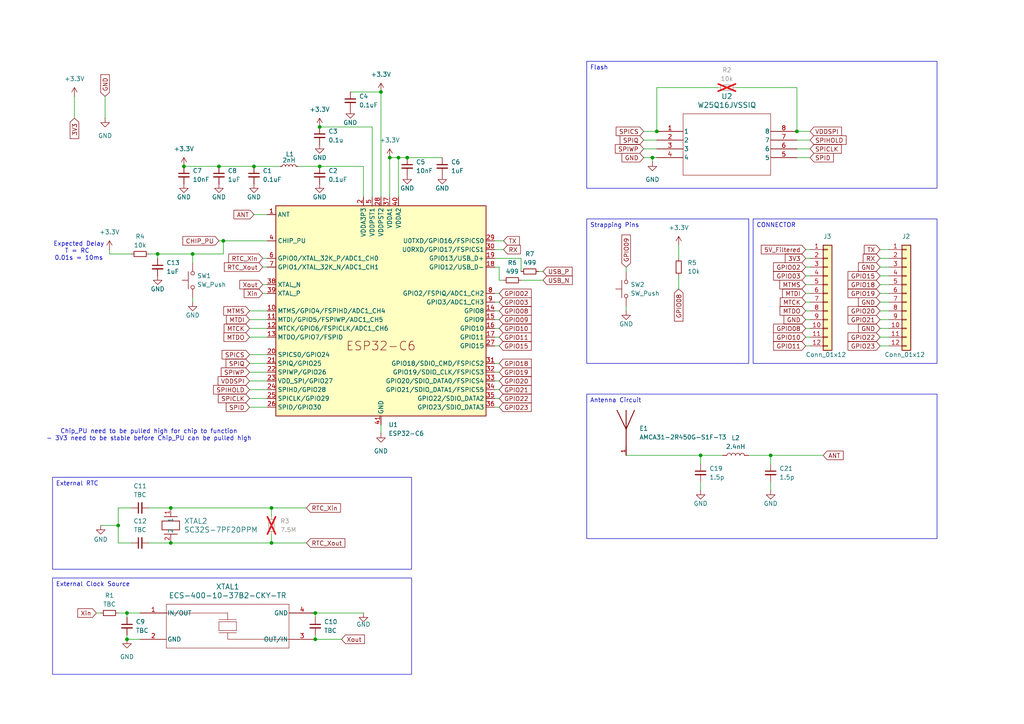
<source format=kicad_sch>
(kicad_sch (version 20231120) (generator "eeschema") (generator_version "8.0")
  (paper "A4")
  (lib_symbols
    (symbol "1_ESP32:AMCA31-2R450G-S1F-T3" (pin_names (offset 1.016))
      (property "Reference" "E" (at 2.8004 5.8496 0))
      (property "Value" "AMCA31-2R450G-S1F-T3" (at 2.6732 3.813 0))
      (symbol "AMCA31-2R450G-S1F-T3_0_0"
        (polyline (pts (xy 0 2.54) (xy -2.667 8.001)) (stroke (width 0.254)))
        (polyline (pts (xy 0 2.54) (xy 0 -5.08)) (stroke (width 0.254)))
        (polyline (pts (xy 0 8.001) (xy 0 2.54)) (stroke (width 0.254)))
        (polyline (pts (xy 2.413 8.001) (xy 0 2.54)) (stroke (width 0.254)))
        (pin input line (at 0 -5.08 90) (length 2.54) (name "~") (number "1"))
      )
    )
    (symbol "1_ESP32:ECS-400-10-37B2-CKY-TR" (pin_names (offset 0.254))
      (property "Reference" "XTAL" (at 25.4 7.62 0))
      (property "Value" "ECS-400-10-37B2-CKY-TR" (at 25.4 5.08 0))
      (symbol "ECS-400-10-37B2-CKY-TR_0_1"
        (polyline (pts (xy 7.62 -10.16) (xy 43.18 -10.16)) (stroke (width 0.127)))
        (polyline (pts (xy 7.62 0) (xy 25.4 0)) (stroke (width 0.127)))
        (polyline (pts (xy 7.62 2.54) (xy 7.62 -10.16)) (stroke (width 0.127)))
        (polyline (pts (xy 22.86 -5.08) (xy 27.94 -5.08)) (stroke (width 0.127)))
        (polyline (pts (xy 22.86 -2.54) (xy 22.86 -5.08)) (stroke (width 0.127)))
        (polyline (pts (xy 22.86 -1.905) (xy 27.94 -1.905)) (stroke (width 0.127)))
        (polyline (pts (xy 25.4 -5.715) (xy 25.4 -7.62)) (stroke (width 0.127)))
        (polyline (pts (xy 25.4 -1.905) (xy 25.4 0)) (stroke (width 0.127)))
        (polyline (pts (xy 27.94 -5.715) (xy 22.86 -5.715)) (stroke (width 0.127)))
        (polyline (pts (xy 27.94 -5.08) (xy 27.94 -2.54)) (stroke (width 0.127)))
        (polyline (pts (xy 27.94 -2.54) (xy 22.86 -2.54)) (stroke (width 0.127)))
        (polyline (pts (xy 43.18 -10.16) (xy 43.18 2.54)) (stroke (width 0.127)))
        (polyline (pts (xy 43.18 -7.62) (xy 25.4 -7.62)) (stroke (width 0.127)))
        (polyline (pts (xy 43.18 2.54) (xy 7.62 2.54)) (stroke (width 0.127)))
        (pin bidirectional line (at 0 0 0) (length 7.62) (name "IN/OUT") (number "1"))
        (pin power_out line (at 0 -7.62 0) (length 7.62) (name "GND") (number "2"))
        (pin bidirectional line (at 50.8 -7.62 180) (length 7.62) (name "OUT/IN") (number "3"))
        (pin power_out line (at 50.8 0 180) (length 7.62) (name "GND") (number "4"))
      )
    )
    (symbol "1_ESP32:SC32S-7PF20PPM" (pin_names (offset 0.254))
      (property "Reference" "XTAL" (at 5.08 4.445 0))
      (property "Value" "SC32S-7PF20PPM" (at 5.08 -4.445 0))
      (symbol "SC32S-7PF20PPM_1_1"
        (polyline (pts (xy 2.54 -1.905) (xy 2.54 1.905)) (stroke (width 0.2032)))
        (polyline (pts (xy 3.81 -2.54) (xy 3.81 2.54)) (stroke (width 0.2032)))
        (polyline (pts (xy 3.81 2.54) (xy 6.35 2.54)) (stroke (width 0.2032)))
        (polyline (pts (xy 6.35 -2.54) (xy 3.81 -2.54)) (stroke (width 0.2032)))
        (polyline (pts (xy 6.35 2.54) (xy 6.35 -2.54)) (stroke (width 0.2032)))
        (polyline (pts (xy 7.62 -1.905) (xy 7.62 1.905)) (stroke (width 0.2032)))
        (pin unspecified line (at 0 0 0) (length 2.54) (name "1") (number "1"))
        (pin unspecified line (at 10.16 0 180) (length 2.54) (name "2") (number "2"))
      )
      (symbol "SC32S-7PF20PPM_1_2"
        (polyline (pts (xy -2.54 3.81) (xy -2.54 6.35)) (stroke (width 0.2032)))
        (polyline (pts (xy -2.54 6.35) (xy 2.54 6.35)) (stroke (width 0.2032)))
        (polyline (pts (xy 1.905 2.54) (xy -1.905 2.54)) (stroke (width 0.2032)))
        (polyline (pts (xy 1.905 7.62) (xy -1.905 7.62)) (stroke (width 0.2032)))
        (polyline (pts (xy 2.54 3.81) (xy -2.54 3.81)) (stroke (width 0.2032)))
        (polyline (pts (xy 2.54 6.35) (xy 2.54 3.81)) (stroke (width 0.2032)))
        (pin unspecified line (at 0 0 90) (length 2.54) (name "1") (number "1"))
        (pin unspecified line (at 0 10.16 270) (length 2.54) (name "2") (number "2"))
      )
    )
    (symbol "1_ESP32:W25Q16JVSSIQ" (pin_names (offset 0.254))
      (property "Reference" "U" (at 20.32 10.16 0))
      (property "Value" "W25Q16JVSSIQ" (at 20.32 7.62 0))
      (symbol "W25Q16JVSSIQ_0_1"
        (polyline (pts (xy 7.62 -12.7) (xy 33.02 -12.7)) (stroke (width 0.127)))
        (polyline (pts (xy 7.62 5.08) (xy 7.62 -12.7)) (stroke (width 0.127)))
        (polyline (pts (xy 33.02 -12.7) (xy 33.02 5.08)) (stroke (width 0.127)))
        (polyline (pts (xy 33.02 5.08) (xy 7.62 5.08)) (stroke (width 0.127)))
        (pin unspecified line (at 0 0 0) (length 7.62) (name "1") (number "1"))
        (pin unspecified line (at 0 -2.54 0) (length 7.62) (name "2") (number "2"))
        (pin unspecified line (at 0 -5.08 0) (length 7.62) (name "3") (number "3"))
        (pin unspecified line (at 0 -7.62 0) (length 7.62) (name "4") (number "4"))
        (pin unspecified line (at 40.64 -7.62 180) (length 7.62) (name "5") (number "5"))
        (pin unspecified line (at 40.64 -5.08 180) (length 7.62) (name "6") (number "6"))
        (pin unspecified line (at 40.64 -2.54 180) (length 7.62) (name "7") (number "7"))
        (pin unspecified line (at 40.64 0 180) (length 7.62) (name "8") (number "8"))
      )
    )
    (symbol "Connector_Generic:Conn_01x12" (pin_names (offset 1.016) hide)
      (property "Reference" "J" (at 0 15.24 0))
      (property "Value" "Conn_01x12" (at 0 -17.78 0))
      (symbol "Conn_01x12_1_1"
        (rectangle (start -1.27 -15.113) (end 0 -15.367) (stroke (width 0.1524)))
        (rectangle (start -1.27 -12.573) (end 0 -12.827) (stroke (width 0.1524)))
        (rectangle (start -1.27 -10.033) (end 0 -10.287) (stroke (width 0.1524)))
        (rectangle (start -1.27 -7.493) (end 0 -7.747) (stroke (width 0.1524)))
        (rectangle (start -1.27 -4.953) (end 0 -5.207) (stroke (width 0.1524)))
        (rectangle (start -1.27 -2.413) (end 0 -2.667) (stroke (width 0.1524)))
        (rectangle (start -1.27 0.127) (end 0 -0.127) (stroke (width 0.1524)))
        (rectangle (start -1.27 2.667) (end 0 2.413) (stroke (width 0.1524)))
        (rectangle (start -1.27 5.207) (end 0 4.953) (stroke (width 0.1524)))
        (rectangle (start -1.27 7.747) (end 0 7.493) (stroke (width 0.1524)))
        (rectangle (start -1.27 10.287) (end 0 10.033) (stroke (width 0.1524)))
        (rectangle (start -1.27 12.827) (end 0 12.573) (stroke (width 0.1524)))
        (rectangle (start -1.27 13.97) (end 1.27 -16.51) (stroke (width 0.254)) (fill (type background)))
        (pin passive line (at -5.08 12.7 0) (length 3.81) (name "Pin_1") (number "1"))
        (pin passive line (at -5.08 -10.16 0) (length 3.81) (name "Pin_10") (number "10"))
        (pin passive line (at -5.08 -12.7 0) (length 3.81) (name "Pin_11") (number "11"))
        (pin passive line (at -5.08 -15.24 0) (length 3.81) (name "Pin_12") (number "12"))
        (pin passive line (at -5.08 10.16 0) (length 3.81) (name "Pin_2") (number "2"))
        (pin passive line (at -5.08 7.62 0) (length 3.81) (name "Pin_3") (number "3"))
        (pin passive line (at -5.08 5.08 0) (length 3.81) (name "Pin_4") (number "4"))
        (pin passive line (at -5.08 2.54 0) (length 3.81) (name "Pin_5") (number "5"))
        (pin passive line (at -5.08 0 0) (length 3.81) (name "Pin_6") (number "6"))
        (pin passive line (at -5.08 -2.54 0) (length 3.81) (name "Pin_7") (number "7"))
        (pin passive line (at -5.08 -5.08 0) (length 3.81) (name "Pin_8") (number "8"))
        (pin passive line (at -5.08 -7.62 0) (length 3.81) (name "Pin_9") (number "9"))
      )
    )
    (symbol "Device:C_Small" (pin_numbers hide) (pin_names (offset 0.254) hide)
      (property "Reference" "C" (at 0.254 1.778 0))
      (property "Value" "C_Small" (at 0.254 -2.032 0))
      (symbol "C_Small_0_1"
        (polyline (pts (xy -1.524 -0.508) (xy 1.524 -0.508)) (stroke (width 0.3302)))
        (polyline (pts (xy -1.524 0.508) (xy 1.524 0.508)) (stroke (width 0.3048)))
      )
      (symbol "C_Small_1_1"
        (pin passive line (at 0 2.54 270) (length 2.032) (name "~") (number "1"))
        (pin passive line (at 0 -2.54 90) (length 2.032) (name "~") (number "2"))
      )
    )
    (symbol "Device:L" (pin_numbers hide) (pin_names (offset 1.016) hide)
      (property "Reference" "L" (at -1.27 0 90))
      (property "Value" "L" (at 1.905 0 90))
      (symbol "L_0_1"
        (arc (start 0 -2.54) (mid 0.6323 -1.905) (end 0 -1.27))
        (arc (start 0 -1.27) (mid 0.6323 -0.635) (end 0 0))
        (arc (start 0 0) (mid 0.6323 0.635) (end 0 1.27))
        (arc (start 0 1.27) (mid 0.6323 1.905) (end 0 2.54))
      )
      (symbol "L_1_1"
        (pin passive line (at 0 3.81 270) (length 1.27) (name "1") (number "1"))
        (pin passive line (at 0 -3.81 90) (length 1.27) (name "2") (number "2"))
      )
    )
    (symbol "Device:L_Small" (pin_numbers hide) (pin_names (offset 0.254) hide)
      (property "Reference" "L" (at 0.762 1.016 0))
      (property "Value" "L_Small" (at 0.762 -1.016 0))
      (symbol "L_Small_0_1"
        (arc (start 0 -2.032) (mid 0.5058 -1.524) (end 0 -1.016))
        (arc (start 0 -1.016) (mid 0.5058 -0.508) (end 0 0))
        (arc (start 0 0) (mid 0.5058 0.508) (end 0 1.016))
        (arc (start 0 1.016) (mid 0.5058 1.524) (end 0 2.032))
      )
      (symbol "L_Small_1_1"
        (pin passive line (at 0 2.54 270) (length 0.508) (name "~") (number "1"))
        (pin passive line (at 0 -2.54 90) (length 0.508) (name "~") (number "2"))
      )
    )
    (symbol "Device:R_Small" (pin_numbers hide) (pin_names (offset 0.254) hide)
      (property "Reference" "R" (at 0.762 0.508 0))
      (property "Value" "R_Small" (at 0.762 -1.016 0))
      (symbol "R_Small_0_1"
        (rectangle (start -0.762 1.778) (end 0.762 -1.778) (stroke (width 0.2032)))
      )
      (symbol "R_Small_1_1"
        (pin passive line (at 0 2.54 270) (length 0.762) (name "~") (number "1"))
        (pin passive line (at 0 -2.54 90) (length 0.762) (name "~") (number "2"))
      )
    )
    (symbol "PCM_Espressif:ESP32-C6"
      (property "Reference" "U" (at -27.94 33.02 0))
      (property "Value" "ESP32-C6" (at 25.4 33.02 0))
      (symbol "ESP32-C6_0_0"
        (text "ESP32-C6" (at 0 -10.16 0) (effects (font (size 2.54 2.54))))
      )
      (symbol "ESP32-C6_0_1"
        (rectangle (start -30.48 30.48) (end 30.48 -30.48) (stroke (width 0.254)) (fill (type background)))
      )
      (symbol "ESP32-C6_1_1"
        (pin bidirectional line (at -33.02 27.94 0) (length 2.54) (name "ANT") (number "1"))
        (pin bidirectional line (at -33.02 0 0) (length 2.54) (name "MTMS/GPIO4/FSPIHD/ADC1_CH4") (number "10"))
        (pin bidirectional line (at -33.02 -2.54 0) (length 2.54) (name "MTDI/GPIO5/FSPIWP/ADC1_CH5") (number "11"))
        (pin bidirectional line (at -33.02 -5.08 0) (length 2.54) (name "MTCK/GPIO6/FSPICLK/ADC1_CH6") (number "12"))
        (pin bidirectional line (at -33.02 -7.62 0) (length 2.54) (name "MTDO/GPIO7/FSPID") (number "13"))
        (pin bidirectional line (at 33.02 0 180) (length 2.54) (name "GPIO8") (number "14"))
        (pin bidirectional line (at 33.02 -2.54 180) (length 2.54) (name "GPIO9") (number "15"))
        (pin bidirectional line (at 33.02 -5.08 180) (length 2.54) (name "GPIO10") (number "16"))
        (pin bidirectional line (at 33.02 -7.62 180) (length 2.54) (name "GPIO11") (number "17"))
        (pin bidirectional line (at 33.02 12.7 180) (length 2.54) (name "GPIO12/USB_D-") (number "18"))
        (pin bidirectional line (at 33.02 15.24 180) (length 2.54) (name "GPIO13/USB_D+") (number "19"))
        (pin power_in line (at -5.08 33.02 270) (length 2.54) (name "VDDA3P3") (number "2"))
        (pin bidirectional line (at -33.02 -12.7 0) (length 2.54) (name "SPICS0/GPIO24") (number "20"))
        (pin bidirectional line (at -33.02 -15.24 0) (length 2.54) (name "SPIQ/GPIO25") (number "21"))
        (pin bidirectional line (at -33.02 -17.78 0) (length 2.54) (name "SPIWP/GPIO26") (number "22"))
        (pin bidirectional line (at -33.02 -20.32 0) (length 2.54) (name "VDD_SPI/GPIO27") (number "23"))
        (pin bidirectional line (at -33.02 -22.86 0) (length 2.54) (name "SPIHD/GPIO28") (number "24"))
        (pin bidirectional line (at -33.02 -25.4 0) (length 2.54) (name "SPICLK/GPIO29") (number "25"))
        (pin bidirectional line (at -33.02 -27.94 0) (length 2.54) (name "SPID/GPIO30") (number "26"))
        (pin bidirectional line (at 33.02 -10.16 180) (length 2.54) (name "GPIO15") (number "27"))
        (pin power_in line (at 0 33.02 270) (length 2.54) (name "VDDPST2") (number "28"))
        (pin bidirectional line (at 33.02 20.32 180) (length 2.54) (name "U0TXD/GPIO16/FSPICS0") (number "29"))
        (pin passive line (at -5.08 33.02 270) (length 2.54) hide (name "VDDA3P3") (number "3"))
        (pin bidirectional line (at 33.02 17.78 180) (length 2.54) (name "U0RXD/GPIO17/FSPICS1") (number "30"))
        (pin bidirectional line (at 33.02 -15.24 180) (length 2.54) (name "GPIO18/SDIO_CMD/FSPICS2") (number "31"))
        (pin bidirectional line (at 33.02 -17.78 180) (length 2.54) (name "GPIO19/SDIO_CLK/FSPICS3") (number "32"))
        (pin bidirectional line (at 33.02 -20.32 180) (length 2.54) (name "GPIO20/SDIO_DATA0/FSPICS4") (number "33"))
        (pin bidirectional line (at 33.02 -22.86 180) (length 2.54) (name "GPIO21/SDIO_DATA1/FSPICS5") (number "34"))
        (pin bidirectional line (at 33.02 -25.4 180) (length 2.54) (name "GPIO22/SDIO_DATA2") (number "35"))
        (pin bidirectional line (at 33.02 -27.94 180) (length 2.54) (name "GPIO23/SDIO_DATA3") (number "36"))
        (pin power_in line (at 2.54 33.02 270) (length 2.54) (name "VDDA1") (number "37"))
        (pin output line (at -33.02 7.62 0) (length 2.54) (name "XTAL_N") (number "38"))
        (pin input line (at -33.02 5.08 0) (length 2.54) (name "XTAL_P") (number "39"))
        (pin input line (at -33.02 20.32 0) (length 2.54) (name "CHIP_PU") (number "4"))
        (pin power_in line (at 5.08 33.02 270) (length 2.54) (name "VDDA2") (number "40"))
        (pin power_in line (at 0 -33.02 90) (length 2.54) (name "GND") (number "41"))
        (pin power_in line (at -2.54 33.02 270) (length 2.54) (name "VDDPST1") (number "5"))
        (pin bidirectional line (at -33.02 15.24 0) (length 2.54) (name "GPIO0/XTAL_32K_P/ADC1_CH0") (number "6"))
        (pin bidirectional line (at -33.02 12.7 0) (length 2.54) (name "GPIO1/XTAL_32K_N/ADC1_CH1") (number "7"))
        (pin bidirectional line (at 33.02 5.08 180) (length 2.54) (name "GPIO2/FSPIQ/ADC1_CH2") (number "8"))
        (pin bidirectional line (at 33.02 2.54 180) (length 2.54) (name "GPIO3/ADC1_CH3") (number "9"))
      )
    )
    (symbol "Switch:SW_Push" (pin_numbers hide) (pin_names (offset 1.016) hide)
      (property "Reference" "SW" (at 1.27 2.54 0))
      (property "Value" "SW_Push" (at 0 -1.524 0))
      (symbol "SW_Push_0_1"
        (circle (center -2.032 0) (radius 0.508))
        (polyline (pts (xy 0 1.27) (xy 0 3.048)))
        (polyline (pts (xy 2.54 1.27) (xy -2.54 1.27)))
        (circle (center 2.032 0) (radius 0.508))
        (pin passive line (at -5.08 0 0) (length 2.54) (name "1") (number "1"))
        (pin passive line (at 5.08 0 180) (length 2.54) (name "2") (number "2"))
      )
    )
    (symbol "power:+3.3V" (power) (pin_numbers hide) (pin_names (offset 0) hide)
      (property "Value" "+3.3V" (at 0 3.556 0))
      (symbol "+3.3V_0_1"
        (polyline (pts (xy -0.762 1.27) (xy 0 2.54)))
        (polyline (pts (xy 0 0) (xy 0 2.54)))
        (polyline (pts (xy 0 2.54) (xy 0.762 1.27)))
      )
      (symbol "+3.3V_1_1"
        (pin power_in line (at 0 0 90) (length 0) (name "~") (number "1"))
      )
    )
    (symbol "power:GND" (power) (pin_numbers hide) (pin_names (offset 0) hide)
      (property "Value" "GND" (at 0 -3.81 0))
      (symbol "GND_0_1"
        (polyline (pts (xy 0 0) (xy 0 -1.27) (xy 1.27 -1.27) (xy 0 -2.54) (xy -1.27 -1.27) (xy 0 -1.27)))
      )
      (symbol "GND_1_1"
        (pin power_in line (at 0 0 270) (length 0) (name "~") (number "1"))
      )
    )
  )
  (junction (at 223.52 132.08))
  (junction (at 53.34 48.26))
  (junction (at 190.5 38.1))
  (junction (at 118.11 45.72))
  (junction (at 63.5 48.26))
  (junction (at 36.83 177.8))
  (junction (at 73.66 48.26))
  (junction (at 36.83 185.42))
  (junction (at 231.14 38.1))
  (junction (at 92.71 36.83))
  (junction (at 91.44 185.42))
  (junction (at 78.74 147.32))
  (junction (at 91.44 177.8))
  (junction (at 78.74 157.48))
  (junction (at 115.57 45.72))
  (junction (at 203.2 132.08))
  (junction (at 55.88 73.66))
  (junction (at 49.53 147.32))
  (junction (at 189.23 45.72))
  (junction (at 34.29 152.4))
  (junction (at 64.77 69.85))
  (junction (at 113.03 45.72))
  (junction (at 110.49 26.67))
  (junction (at 49.53 157.48))
  (junction (at 92.71 48.26))
  (junction (at 45.72 73.66))
  (wire (pts (xy 186.69 43.18) (xy 190.5 43.18)))
  (wire (pts (xy 143.51 77.47) (xy 144.78 77.47)))
  (wire (pts (xy 208.28 25.4) (xy 190.5 25.4)))
  (wire (pts (xy 189.23 45.72) (xy 190.5 45.72)))
  (wire (pts (xy 203.2 134.62) (xy 203.2 132.08)))
  (wire (pts (xy 31.75 72.39) (xy 31.75 73.66)))
  (wire (pts (xy 143.51 118.11) (xy 144.78 118.11)))
  (wire (pts (xy 92.71 36.83) (xy 107.95 36.83)))
  (wire (pts (xy 255.27 77.47) (xy 257.81 77.47)))
  (wire (pts (xy 76.2 85.09) (xy 77.47 85.09)))
  (wire (pts (xy 223.52 132.08) (xy 217.17 132.08)))
  (wire (pts (xy 72.39 92.71) (xy 77.47 92.71)))
  (wire (pts (xy 86.36 48.26) (xy 92.71 48.26)))
  (wire (pts (xy 233.68 85.09) (xy 234.95 85.09)))
  (wire (pts (xy 43.18 73.66) (xy 45.72 73.66)))
  (wire (pts (xy 72.39 115.57) (xy 77.47 115.57)))
  (wire (pts (xy 55.88 73.66) (xy 45.72 73.66)))
  (wire (pts (xy 115.57 45.72) (xy 115.57 57.15)))
  (wire (pts (xy 233.68 97.79) (xy 234.95 97.79)))
  (wire (pts (xy 63.5 48.26) (xy 73.66 48.26)))
  (wire (pts (xy 255.27 97.79) (xy 257.81 97.79)))
  (wire (pts (xy 143.51 113.03) (xy 144.78 113.03)))
  (wire (pts (xy 144.78 77.47) (xy 144.78 81.28)))
  (wire (pts (xy 203.2 132.08) (xy 209.55 132.08)))
  (wire (pts (xy 144.78 81.28) (xy 146.05 81.28)))
  (wire (pts (xy 34.29 177.8) (xy 36.83 177.8)))
  (wire (pts (xy 144.78 97.79) (xy 143.51 97.79)))
  (wire (pts (xy 72.39 102.87) (xy 77.47 102.87)))
  (wire (pts (xy 186.69 45.72) (xy 189.23 45.72)))
  (wire (pts (xy 233.68 100.33) (xy 234.95 100.33)))
  (wire (pts (xy 255.27 85.09) (xy 257.81 85.09)))
  (wire (pts (xy 118.11 45.72) (xy 128.27 45.72)))
  (wire (pts (xy 43.18 157.48) (xy 49.53 157.48)))
  (wire (pts (xy 144.78 95.25) (xy 143.51 95.25)))
  (wire (pts (xy 88.9 157.48) (xy 78.74 157.48)))
  (wire (pts (xy 105.41 48.26) (xy 92.71 48.26)))
  (wire (pts (xy 21.59 27.94) (xy 21.59 34.29)))
  (wire (pts (xy 255.27 87.63) (xy 257.81 87.63)))
  (wire (pts (xy 143.51 115.57) (xy 144.78 115.57)))
  (wire (pts (xy 31.75 73.66) (xy 38.1 73.66)))
  (wire (pts (xy 78.74 147.32) (xy 88.9 147.32)))
  (wire (pts (xy 231.14 25.4) (xy 231.14 38.1)))
  (wire (pts (xy 36.83 177.8) (xy 36.83 179.07)))
  (wire (pts (xy 36.83 184.15) (xy 36.83 185.42)))
  (wire (pts (xy 49.53 147.32) (xy 78.74 147.32)))
  (wire (pts (xy 45.72 74.93) (xy 45.72 73.66)))
  (wire (pts (xy 91.44 177.8) (xy 91.44 179.07)))
  (wire (pts (xy 231.14 40.64) (xy 234.95 40.64)))
  (wire (pts (xy 91.44 177.8) (xy 90.17 177.8)))
  (wire (pts (xy 233.68 72.39) (xy 234.95 72.39)))
  (wire (pts (xy 78.74 147.32) (xy 78.74 149.86)))
  (wire (pts (xy 255.27 74.93) (xy 257.81 74.93)))
  (wire (pts (xy 196.85 71.12) (xy 196.85 74.93)))
  (wire (pts (xy 105.41 177.8) (xy 91.44 177.8)))
  (wire (pts (xy 231.14 43.18) (xy 234.95 43.18)))
  (wire (pts (xy 36.83 185.42) (xy 40.64 185.42)))
  (wire (pts (xy 38.1 157.48) (xy 34.29 157.48)))
  (wire (pts (xy 63.5 69.85) (xy 64.77 69.85)))
  (wire (pts (xy 181.61 77.47) (xy 181.61 78.74)))
  (wire (pts (xy 143.51 107.95) (xy 144.78 107.95)))
  (wire (pts (xy 231.14 38.1) (xy 234.95 38.1)))
  (wire (pts (xy 105.41 57.15) (xy 105.41 48.26)))
  (wire (pts (xy 29.21 152.4) (xy 34.29 152.4)))
  (wire (pts (xy 55.88 73.66) (xy 55.88 76.2)))
  (wire (pts (xy 72.39 105.41) (xy 77.47 105.41)))
  (wire (pts (xy 91.44 184.15) (xy 91.44 185.42)))
  (wire (pts (xy 186.69 38.1) (xy 190.5 38.1)))
  (wire (pts (xy 151.13 74.93) (xy 151.13 78.74)))
  (wire (pts (xy 144.78 92.71) (xy 143.51 92.71)))
  (wire (pts (xy 72.39 113.03) (xy 77.47 113.03)))
  (wire (pts (xy 72.39 97.79) (xy 77.47 97.79)))
  (wire (pts (xy 115.57 45.72) (xy 113.03 45.72)))
  (wire (pts (xy 233.68 92.71) (xy 234.95 92.71)))
  (wire (pts (xy 223.52 132.08) (xy 223.52 134.62)))
  (wire (pts (xy 181.61 90.17) (xy 181.61 88.9)))
  (wire (pts (xy 55.88 86.36) (xy 55.88 87.63)))
  (wire (pts (xy 156.21 78.74) (xy 157.48 78.74)))
  (wire (pts (xy 34.29 157.48) (xy 34.29 152.4)))
  (wire (pts (xy 255.27 82.55) (xy 257.81 82.55)))
  (wire (pts (xy 233.68 74.93) (xy 234.95 74.93)))
  (wire (pts (xy 146.05 69.85) (xy 143.51 69.85)))
  (wire (pts (xy 233.68 80.01) (xy 234.95 80.01)))
  (wire (pts (xy 233.68 82.55) (xy 234.95 82.55)))
  (wire (pts (xy 76.2 74.93) (xy 77.47 74.93)))
  (wire (pts (xy 110.49 123.19) (xy 110.49 125.73)))
  (wire (pts (xy 72.39 107.95) (xy 77.47 107.95)))
  (wire (pts (xy 144.78 87.63) (xy 143.51 87.63)))
  (wire (pts (xy 233.68 77.47) (xy 234.95 77.47)))
  (wire (pts (xy 77.47 69.85) (xy 64.77 69.85)))
  (wire (pts (xy 34.29 147.32) (xy 38.1 147.32)))
  (wire (pts (xy 213.36 25.4) (xy 231.14 25.4)))
  (wire (pts (xy 151.13 81.28) (xy 157.48 81.28)))
  (wire (pts (xy 27.94 177.8) (xy 29.21 177.8)))
  (wire (pts (xy 255.27 95.25) (xy 257.81 95.25)))
  (wire (pts (xy 72.39 90.17) (xy 77.47 90.17)))
  (wire (pts (xy 223.52 132.08) (xy 238.76 132.08)))
  (wire (pts (xy 99.06 185.42) (xy 91.44 185.42)))
  (wire (pts (xy 101.6 26.67) (xy 110.49 26.67)))
  (wire (pts (xy 233.68 95.25) (xy 234.95 95.25)))
  (wire (pts (xy 30.48 27.94) (xy 30.48 34.29)))
  (wire (pts (xy 143.51 110.49) (xy 144.78 110.49)))
  (wire (pts (xy 255.27 92.71) (xy 257.81 92.71)))
  (wire (pts (xy 196.85 80.01) (xy 196.85 83.82)))
  (wire (pts (xy 146.05 72.39) (xy 143.51 72.39)))
  (wire (pts (xy 255.27 100.33) (xy 257.81 100.33)))
  (wire (pts (xy 186.69 40.64) (xy 190.5 40.64)))
  (wire (pts (xy 76.2 77.47) (xy 77.47 77.47)))
  (wire (pts (xy 189.23 46.99) (xy 189.23 45.72)))
  (wire (pts (xy 64.77 73.66) (xy 55.88 73.66)))
  (wire (pts (xy 255.27 72.39) (xy 257.81 72.39)))
  (wire (pts (xy 118.11 45.72) (xy 115.57 45.72)))
  (wire (pts (xy 255.27 80.01) (xy 257.81 80.01)))
  (wire (pts (xy 255.27 90.17) (xy 257.81 90.17)))
  (wire (pts (xy 36.83 177.8) (xy 40.64 177.8)))
  (wire (pts (xy 181.61 132.08) (xy 203.2 132.08)))
  (wire (pts (xy 72.39 95.25) (xy 77.47 95.25)))
  (wire (pts (xy 143.51 74.93) (xy 151.13 74.93)))
  (wire (pts (xy 203.2 142.24) (xy 203.2 139.7)))
  (wire (pts (xy 49.53 157.48) (xy 78.74 157.48)))
  (wire (pts (xy 143.51 105.41) (xy 144.78 105.41)))
  (wire (pts (xy 107.95 36.83) (xy 107.95 57.15)))
  (wire (pts (xy 144.78 85.09) (xy 143.51 85.09)))
  (wire (pts (xy 110.49 26.67) (xy 110.49 57.15)))
  (wire (pts (xy 113.03 45.72) (xy 113.03 57.15)))
  (wire (pts (xy 233.68 90.17) (xy 234.95 90.17)))
  (wire (pts (xy 64.77 69.85) (xy 64.77 73.66)))
  (wire (pts (xy 78.74 157.48) (xy 78.74 154.94)))
  (wire (pts (xy 72.39 110.49) (xy 77.47 110.49)))
  (wire (pts (xy 43.18 147.32) (xy 49.53 147.32)))
  (wire (pts (xy 233.68 87.63) (xy 234.95 87.63)))
  (wire (pts (xy 76.2 82.55) (xy 77.47 82.55)))
  (wire (pts (xy 231.14 45.72) (xy 234.95 45.72)))
  (wire (pts (xy 53.34 48.26) (xy 63.5 48.26)))
  (wire (pts (xy 144.78 90.17) (xy 143.51 90.17)))
  (wire (pts (xy 223.52 142.24) (xy 223.52 139.7)))
  (wire (pts (xy 34.29 152.4) (xy 34.29 147.32)))
  (wire (pts (xy 190.5 25.4) (xy 190.5 38.1)))
  (wire (pts (xy 72.39 118.11) (xy 77.47 118.11)))
  (wire (pts (xy 144.78 100.33) (xy 143.51 100.33)))
  (wire (pts (xy 73.66 62.23) (xy 77.47 62.23)))
  (wire (pts (xy 73.66 48.26) (xy 81.28 48.26)))
  (text_box "Strapping Pins\n" (at 170.18 63.5 0) (size 46.99 41.91) (effects (font (size 1.27 1.27)) (justify left top)))
  (text_box "Flash\n" (at 170.18 17.78 0) (size 101.6 36.83) (effects (font (size 1.27 1.27)) (justify left top)))
  (text_box "CONNECTOR" (at 218.44 63.5 0) (size 53.34 41.91) (effects (font (size 1.27 1.27)) (justify left top)))
  (text_box "External RTC \n" (at 15.24 138.43 0) (size 104.14 26.67) (effects (font (size 1.27 1.27)) (justify left top)))
  (text_box "External Clock Source\n" (at 15.24 167.64 0) (size 104.14 27.94) (effects (font (size 1.27 1.27)) (justify left top)))
  (text_box "Antenna Circuit\n" (at 170.18 114.3 0) (size 101.6 41.91) (effects (font (size 1.27 1.27)) (justify left top)))
  (text "Chip_PU need to be pulled high for chip to function\n- 3V3 need to be stable before Chip_PU can be pulled high\n" (at 43.18 126.238 0) (effects (font (size 1.27 1.27))))
  (text "Expected Delay\nT = RC \n0.01s = 10ms\n" (at 22.86 72.898 0) (effects (font (size 1.27 1.27))))
  (global_label "GPIO10" (shape input) (at 144.78 95.25 0) (property "Intersheetrefs" "${INTERSHEET_REFS}" (effects (hide yes))))
  (global_label "SPID" (shape input) (at 234.95 45.72 0) (property "Intersheetrefs" "${INTERSHEET_REFS}" (effects (hide yes))))
  (global_label "GPIO10" (shape input) (at 233.68 97.79 180) (property "Intersheetrefs" "${INTERSHEET_REFS}" (effects (hide yes))))
  (global_label "GPIO19" (shape input) (at 255.27 85.09 180) (property "Intersheetrefs" "${INTERSHEET_REFS}" (effects (hide yes))))
  (global_label "ANT" (shape input) (at 73.66 62.23 180) (property "Intersheetrefs" "${INTERSHEET_REFS}" (effects (hide yes))))
  (global_label "Xin" (shape input) (at 76.2 85.09 180) (property "Intersheetrefs" "${INTERSHEET_REFS}" (effects (hide yes))))
  (global_label "SPIWP" (shape input) (at 72.39 107.95 180) (property "Intersheetrefs" "${INTERSHEET_REFS}" (effects (hide yes))))
  (global_label "CHIP_PU" (shape input) (at 63.5 69.85 180) (property "Intersheetrefs" "${INTERSHEET_REFS}" (effects (hide yes))))
  (global_label "GND" (shape input) (at 186.69 45.72 180) (property "Intersheetrefs" "${INTERSHEET_REFS}" (effects (hide yes))))
  (global_label "GPIO23" (shape input) (at 255.27 100.33 180) (property "Intersheetrefs" "${INTERSHEET_REFS}" (effects (hide yes))))
  (global_label "GPIO23" (shape input) (at 144.78 118.11 0) (property "Intersheetrefs" "${INTERSHEET_REFS}" (effects (hide yes))))
  (global_label "SPICLK" (shape input) (at 234.95 43.18 0) (property "Intersheetrefs" "${INTERSHEET_REFS}" (effects (hide yes))))
  (global_label "MTMS" (shape input) (at 233.68 82.55 180) (property "Intersheetrefs" "${INTERSHEET_REFS}" (effects (hide yes))))
  (global_label "GPIO08" (shape input) (at 144.78 90.17 0) (property "Intersheetrefs" "${INTERSHEET_REFS}" (effects (hide yes))))
  (global_label "GPIO18" (shape input) (at 144.78 105.41 0) (property "Intersheetrefs" "${INTERSHEET_REFS}" (effects (hide yes))))
  (global_label "USB_N" (shape input) (at 157.48 81.28 0) (property "Intersheetrefs" "${INTERSHEET_REFS}" (effects (hide yes))))
  (global_label "TX" (shape input) (at 255.27 72.39 180) (property "Intersheetrefs" "${INTERSHEET_REFS}" (effects (hide yes))))
  (global_label "MTDI" (shape input) (at 233.68 85.09 180) (property "Intersheetrefs" "${INTERSHEET_REFS}" (effects (hide yes))))
  (global_label "RTC_Xout" (shape input) (at 76.2 77.47 180) (property "Intersheetrefs" "${INTERSHEET_REFS}" (effects (hide yes))))
  (global_label "SPID" (shape input) (at 72.39 118.11 180) (property "Intersheetrefs" "${INTERSHEET_REFS}" (effects (hide yes))))
  (global_label "GPIO21" (shape input) (at 144.78 113.03 0) (property "Intersheetrefs" "${INTERSHEET_REFS}" (effects (hide yes))))
  (global_label "GPIO08" (shape input) (at 196.85 83.82 270) (property "Intersheetrefs" "${INTERSHEET_REFS}" (effects (hide yes))))
  (global_label "SPICLK" (shape input) (at 72.39 115.57 180) (property "Intersheetrefs" "${INTERSHEET_REFS}" (effects (hide yes))))
  (global_label "SPIHOLD" (shape input) (at 72.39 113.03 180) (property "Intersheetrefs" "${INTERSHEET_REFS}" (effects (hide yes))))
  (global_label "GPIO22" (shape input) (at 255.27 97.79 180) (property "Intersheetrefs" "${INTERSHEET_REFS}" (effects (hide yes))))
  (global_label "5V_Filtered" (shape input) (at 233.68 72.39 180) (property "Intersheetrefs" "${INTERSHEET_REFS}" (effects (hide yes))))
  (global_label "GPIO15" (shape input) (at 255.27 80.01 180) (property "Intersheetrefs" "${INTERSHEET_REFS}" (effects (hide yes))))
  (global_label "GPIO11" (shape input) (at 144.78 97.79 0) (property "Intersheetrefs" "${INTERSHEET_REFS}" (effects (hide yes))))
  (global_label "Xin" (shape input) (at 27.94 177.8 180) (property "Intersheetrefs" "${INTERSHEET_REFS}" (effects (hide yes))))
  (global_label "GPIO03" (shape input) (at 233.68 80.01 180) (property "Intersheetrefs" "${INTERSHEET_REFS}" (effects (hide yes))))
  (global_label "USB_P" (shape input) (at 157.48 78.74 0) (property "Intersheetrefs" "${INTERSHEET_REFS}" (effects (hide yes))))
  (global_label "SPIHOLD" (shape input) (at 234.95 40.64 0) (property "Intersheetrefs" "${INTERSHEET_REFS}" (effects (hide yes))))
  (global_label "GPIO08" (shape input) (at 233.68 95.25 180) (property "Intersheetrefs" "${INTERSHEET_REFS}" (effects (hide yes))))
  (global_label "Xout" (shape input) (at 76.2 82.55 180) (property "Intersheetrefs" "${INTERSHEET_REFS}" (effects (hide yes))))
  (global_label "RTC_Xin" (shape input) (at 88.9 147.32 0) (property "Intersheetrefs" "${INTERSHEET_REFS}" (effects (hide yes))))
  (global_label "GND" (shape input) (at 255.27 87.63 180) (property "Intersheetrefs" "${INTERSHEET_REFS}" (effects (hide yes))))
  (global_label "RX" (shape input) (at 146.05 72.39 0) (property "Intersheetrefs" "${INTERSHEET_REFS}" (effects (hide yes))))
  (global_label "MTMS" (shape input) (at 72.39 90.17 180) (property "Intersheetrefs" "${INTERSHEET_REFS}" (effects (hide yes))))
  (global_label "GND" (shape input) (at 30.48 27.94 90) (property "Intersheetrefs" "${INTERSHEET_REFS}" (effects (hide yes))))
  (global_label "GND" (shape input) (at 255.27 95.25 180) (property "Intersheetrefs" "${INTERSHEET_REFS}" (effects (hide yes))))
  (global_label "SPICS" (shape input) (at 186.69 38.1 180) (property "Intersheetrefs" "${INTERSHEET_REFS}" (effects (hide yes))))
  (global_label "VDDSPI" (shape input) (at 72.39 110.49 180) (property "Intersheetrefs" "${INTERSHEET_REFS}" (effects (hide yes))))
  (global_label "SPIWP" (shape input) (at 186.69 43.18 180) (property "Intersheetrefs" "${INTERSHEET_REFS}" (effects (hide yes))))
  (global_label "GPIO02" (shape input) (at 233.68 77.47 180) (property "Intersheetrefs" "${INTERSHEET_REFS}" (effects (hide yes))))
  (global_label "MTCK" (shape input) (at 72.39 95.25 180) (property "Intersheetrefs" "${INTERSHEET_REFS}" (effects (hide yes))))
  (global_label "MTDO" (shape input) (at 72.39 97.79 180) (property "Intersheetrefs" "${INTERSHEET_REFS}" (effects (hide yes))))
  (global_label "RTC_Xout" (shape input) (at 88.9 157.48 0) (property "Intersheetrefs" "${INTERSHEET_REFS}" (effects (hide yes))))
  (global_label "3V3" (shape input) (at 233.68 74.93 180) (property "Intersheetrefs" "${INTERSHEET_REFS}" (effects (hide yes))))
  (global_label "SPICS" (shape input) (at 72.39 102.87 180) (property "Intersheetrefs" "${INTERSHEET_REFS}" (effects (hide yes))))
  (global_label "GND" (shape input) (at 233.68 92.71 180) (property "Intersheetrefs" "${INTERSHEET_REFS}" (effects (hide yes))))
  (global_label "RTC_Xin" (shape input) (at 76.2 74.93 180) (property "Intersheetrefs" "${INTERSHEET_REFS}" (effects (hide yes))))
  (global_label "GPIO20" (shape input) (at 144.78 110.49 0) (property "Intersheetrefs" "${INTERSHEET_REFS}" (effects (hide yes))))
  (global_label "GPIO21" (shape input) (at 255.27 92.71 180) (property "Intersheetrefs" "${INTERSHEET_REFS}" (effects (hide yes))))
  (global_label "GPIO19" (shape input) (at 144.78 107.95 0) (property "Intersheetrefs" "${INTERSHEET_REFS}" (effects (hide yes))))
  (global_label "GPIO02" (shape input) (at 144.78 85.09 0) (property "Intersheetrefs" "${INTERSHEET_REFS}" (effects (hide yes))))
  (global_label "MTDO" (shape input) (at 233.68 90.17 180) (property "Intersheetrefs" "${INTERSHEET_REFS}" (effects (hide yes))))
  (global_label "GPIO09" (shape input) (at 144.78 92.71 0) (property "Intersheetrefs" "${INTERSHEET_REFS}" (effects (hide yes))))
  (global_label "MTDI" (shape input) (at 72.39 92.71 180) (property "Intersheetrefs" "${INTERSHEET_REFS}" (effects (hide yes))))
  (global_label "GPIO22" (shape input) (at 144.78 115.57 0) (property "Intersheetrefs" "${INTERSHEET_REFS}" (effects (hide yes))))
  (global_label "SPIQ" (shape input) (at 72.39 105.41 180) (property "Intersheetrefs" "${INTERSHEET_REFS}" (effects (hide yes))))
  (global_label "GPIO09" (shape input) (at 181.61 77.47 90) (property "Intersheetrefs" "${INTERSHEET_REFS}" (effects (hide yes))))
  (global_label "GPIO11" (shape input) (at 233.68 100.33 180) (property "Intersheetrefs" "${INTERSHEET_REFS}" (effects (hide yes))))
  (global_label "TX" (shape input) (at 146.05 69.85 0) (property "Intersheetrefs" "${INTERSHEET_REFS}" (effects (hide yes))))
  (global_label "SPIQ" (shape input) (at 186.69 40.64 180) (property "Intersheetrefs" "${INTERSHEET_REFS}" (effects (hide yes))))
  (global_label "MTCK" (shape input) (at 233.68 87.63 180) (property "Intersheetrefs" "${INTERSHEET_REFS}" (effects (hide yes))))
  (global_label "GPIO18" (shape input) (at 255.27 82.55 180) (property "Intersheetrefs" "${INTERSHEET_REFS}" (effects (hide yes))))
  (global_label "3V3" (shape input) (at 21.59 34.29 270) (property "Intersheetrefs" "${INTERSHEET_REFS}" (effects (hide yes))))
  (global_label "GPIO20" (shape input) (at 255.27 90.17 180) (property "Intersheetrefs" "${INTERSHEET_REFS}" (effects (hide yes))))
  (global_label "GPIO15" (shape input) (at 144.78 100.33 0) (property "Intersheetrefs" "${INTERSHEET_REFS}" (effects (hide yes))))
  (global_label "GND" (shape input) (at 255.27 77.47 180) (property "Intersheetrefs" "${INTERSHEET_REFS}" (effects (hide yes))))
  (global_label "Xout" (shape input) (at 99.06 185.42 0) (property "Intersheetrefs" "${INTERSHEET_REFS}" (effects (hide yes))))
  (global_label "RX" (shape input) (at 255.27 74.93 180) (property "Intersheetrefs" "${INTERSHEET_REFS}" (effects (hide yes))))
  (global_label "VDDSPI" (shape input) (at 234.95 38.1 0) (property "Intersheetrefs" "${INTERSHEET_REFS}" (effects (hide yes))))
  (global_label "GPIO03" (shape input) (at 144.78 87.63 0) (property "Intersheetrefs" "${INTERSHEET_REFS}" (effects (hide yes))))
  (global_label "ANT" (shape input) (at 238.76 132.08 0) (property "Intersheetrefs" "${INTERSHEET_REFS}" (effects (hide yes))))
  (symbol (lib_id "power:GND") (at 101.6 31.75 0) (unit 1)
    (property "Reference" "#PWR05" (effects (hide yes)))
    (property "Value" "GND" (at 101.6 35.56 0))
    (property "Description" "Power symbol creates a global label with name \"GND\" , ground" (effects (hide yes)))
  )
  (symbol (lib_id "Device:R_Small") (at 153.67 78.74 90) (unit 1)
    (property "Reference" "R7" (at 153.67 73.66 90))
    (property "Value" "499" (at 153.67 76.2 90))
    (property "Footprint" "Resistor_SMD:R_0402_1005Metric" (effects (hide yes)))
    (property "Description" "Resistor, small symbol" (effects (hide yes)))
  )
  (symbol (lib_id "Switch:SW_Push") (at 181.61 83.82 90) (unit 1)
    (property "Reference" "SW2" (at 182.88 82.5499 90) (effects (justify right)))
    (property "Value" "SW_Push" (at 182.88 85.0899 90) (effects (justify right)))
    (property "Description" "Push button switch, generic, two pins" (effects (hide yes)))
  )
  (symbol (lib_id "Device:R_Small") (at 148.59 81.28 90) (unit 1)
    (property "Reference" "R6" (at 148.59 76.2 90))
    (property "Value" "499" (at 148.59 78.74 90))
    (property "Footprint" "Resistor_SMD:R_0402_1005Metric" (effects (hide yes)))
    (property "Description" "Resistor, small symbol" (effects (hide yes)))
  )
  (symbol (lib_id "power:GND") (at 30.48 34.29 0) (unit 1)
    (property "Reference" "#PWR039" (effects (hide yes)))
    (property "Value" "GND" (at 30.48 39.37 0))
    (property "Description" "Power symbol creates a global label with name \"GND\" , ground" (effects (hide yes)))
  )
  (symbol (lib_id "Connector_Generic:Conn_01x12") (at 262.89 85.09 0) (unit 1)
    (property "Reference" "J2" (at 261.62 68.58 0) (effects (justify left)))
    (property "Value" "Conn_01x12" (at 256.54 102.87 0) (effects (justify left)))
    (property "Footprint" "Connector_PinSocket_2.00mm:PinSocket_1x12_P2.00mm_Vertical_SMD_Pin1Left" (effects (hide yes)))
    (property "Description" "Generic connector, single row, 01x12, script generated (kicad-library-utils/schlib/autogen/connector/)" (effects (hide yes)))
  )
  (symbol (lib_id "Device:L") (at 213.36 132.08 90) (unit 1)
    (property "Reference" "L2" (at 213.36 127 90))
    (property "Value" "2.4nH" (at 213.36 129.54 90))
    (property "Footprint" "Inductor_SMD:L_0805_2012Metric" (effects (hide yes)))
    (property "Description" "Inductor" (effects (hide yes)))
  )
  (symbol (lib_id "Device:R_Small") (at 78.74 152.4 180) (unit 1) (dnp yes)
    (property "Reference" "R3" (at 81.28 151.1299 0) (effects (justify right)))
    (property "Value" "7.5M" (at 81.28 153.6699 0) (effects (justify right)))
    (property "Footprint" "Resistor_SMD:R_0402_1005Metric" (effects (hide yes)))
    (property "Description" "Resistor, small symbol" (effects (hide yes)))
  )
  (symbol (lib_id "power:GND") (at 73.66 53.34 0) (unit 1)
    (property "Reference" "#PWR02" (effects (hide yes)))
    (property "Value" "GND" (at 73.66 57.15 0))
    (property "Description" "Power symbol creates a global label with name \"GND\" , ground" (effects (hide yes)))
  )
  (symbol (lib_id "power:GND") (at 53.34 53.34 0) (unit 1)
    (property "Reference" "#PWR08" (effects (hide yes)))
    (property "Value" "GND" (at 53.34 57.15 0))
    (property "Description" "Power symbol creates a global label with name \"GND\" , ground" (effects (hide yes)))
  )
  (symbol (lib_id "1_ESP32:SC32S-7PF20PPM") (at 49.53 147.32 270) (unit 1)
    (property "Reference" "XTAL2" (at 53.34 151.1299 90) (effects (font (size 1.524 1.524)) (justify left)))
    (property "Value" "SC32S-7PF20PPM" (at 53.34 153.6699 90) (effects (font (size 1.524 1.524)) (justify left)))
    (property "Footprint" "1_ESP32:XTAL_SC32S-7PF20PPM_EPS" (effects (hide yes)))
    (property "Datasheet" "SC32S-7PF20PPM" (effects (hide yes)))
  )
  (symbol (lib_id "Device:C_Small") (at 128.27 48.26 0) (unit 1)
    (property "Reference" "C6" (at 130.81 46.9962 0) (effects (justify left)))
    (property "Value" "1uF" (at 130.81 49.5362 0) (effects (justify left)))
    (property "Footprint" "Capacitor_SMD:C_0402_1005Metric" (effects (hide yes)))
    (property "Description" "Unpolarized capacitor, small symbol" (effects (hide yes)))
  )
  (symbol (lib_id "power:GND") (at 92.71 41.91 0) (unit 1)
    (property "Reference" "#PWR04" (effects (hide yes)))
    (property "Value" "GND" (at 92.71 45.72 0))
    (property "Description" "Power symbol creates a global label with name \"GND\" , ground" (effects (hide yes)))
  )
  (symbol (lib_id "1_ESP32:AMCA31-2R450G-S1F-T3") (at 181.61 127 0) (unit 1)
    (property "Reference" "E1" (at 185.42 124.2694 0) (effects (justify left)))
    (property "Value" "AMCA31-2R450G-S1F-T3" (at 185.42 126.8094 0) (effects (justify left)))
    (property "Footprint" "AMCA31-2R450G-S1F-T3:XDCR_AMCA31-2R450G-S1F-T3" (effects (hide yes)))
    (property "PARTREV" "03-21-19" (effects (hide yes)))
    (property "STANDARD" "Manufacturer Recommendations" (effects (hide yes)))
    (property "SNAPEDA_PN" "AMCA31-2R450G-S1F-T3" (effects (hide yes)))
    (property "MAXIMUM_PACKAGE_HEIGHT" "1.4mm" (effects (hide yes)))
    (property "MANUFACTURER" "Abracon" (effects (hide yes)))
  )
  (symbol (lib_id "power:+3.3V") (at 196.85 71.12 0) (unit 1)
    (property "Reference" "#PWR022" (effects (hide yes)))
    (property "Value" "+3.3V" (at 196.85 66.04 0))
    (property "Description" "Power symbol creates a global label with name \"+3.3V\"" (effects (hide yes)))
  )
  (symbol (lib_id "power:GND") (at 105.41 177.8 0) (unit 1)
    (property "Reference" "#PWR015" (effects (hide yes)))
    (property "Value" "GND" (at 105.41 181.102 0))
    (property "Description" "Power symbol creates a global label with name \"GND\" , ground" (effects (hide yes)))
  )
  (symbol (lib_id "Device:C_Small") (at 91.44 181.61 0) (unit 1)
    (property "Reference" "C10" (at 93.98 180.3462 0) (effects (justify left)))
    (property "Value" "TBC" (at 93.98 182.8862 0) (effects (justify left)))
    (property "Footprint" "Capacitor_SMD:C_0603_1608Metric" (effects (hide yes)))
    (property "Description" "Unpolarized capacitor, small symbol" (effects (hide yes)))
  )
  (symbol (lib_id "Device:C_Small") (at 118.11 48.26 0) (unit 1)
    (property "Reference" "C5" (at 120.65 46.9962 0) (effects (justify left)))
    (property "Value" "10nF" (at 120.65 49.5362 0) (effects (justify left)))
    (property "Footprint" "Capacitor_SMD:C_0402_1005Metric" (effects (hide yes)))
    (property "Description" "Unpolarized capacitor, small symbol" (effects (hide yes)))
  )
  (symbol (lib_id "power:GND") (at 181.61 90.17 0) (unit 1)
    (property "Reference" "#PWR021" (effects (hide yes)))
    (property "Value" "GND" (at 181.61 93.98 0))
    (property "Description" "Power symbol creates a global label with name \"GND\" , ground" (effects (hide yes)))
  )
  (symbol (lib_id "power:+3.3V") (at 92.71 36.83 0) (unit 1)
    (property "Reference" "#PWR011" (effects (hide yes)))
    (property "Value" "+3.3V" (at 92.71 31.75 0))
    (property "Description" "Power symbol creates a global label with name \"+3.3V\"" (effects (hide yes)))
  )
  (symbol (lib_id "Device:R_Small") (at 40.64 73.66 90) (unit 1)
    (property "Reference" "R4" (at 40.64 68.58 90))
    (property "Value" "10k" (at 40.64 71.12 90))
    (property "Footprint" "Resistor_SMD:R_0402_1005Metric" (effects (hide yes)))
    (property "Description" "Resistor, small symbol" (effects (hide yes)))
  )
  (symbol (lib_id "PCM_Espressif:ESP32-C6") (at 110.49 90.17 0) (unit 1)
    (property "Reference" "U1" (at 112.6841 123.19 0) (effects (justify left)))
    (property "Value" "ESP32-C6" (at 112.6841 125.73 0) (effects (justify left)))
    (property "Footprint" "Package_DFN_QFN:QFN-40-1EP_5x5mm_P0.4mm_EP3.6x3.6mm" (effects (hide yes)))
    (property "Datasheet" "https://www.espressif.com/sites/default/files/documentation/esp32-c6_datasheet_en.pdf" (effects (hide yes)))
    (property "Description" "ESP32C6,ultra-low-power SoC with RISC-V single-core microprocessor,2.4 GHz Wi-Fi 6 (802.11 ax), Bluetooth 5 (LE), Zigbee and Thread (802.15.4),QFN-40" (effects (hide yes)))
  )
  (symbol (lib_id "Device:C_Small") (at 40.64 157.48 90) (unit 1)
    (property "Reference" "C12" (at 40.6463 151.13 90))
    (property "Value" "TBC" (at 40.6463 153.67 90))
    (property "Footprint" "Capacitor_SMD:C_0603_1608Metric" (effects (hide yes)))
    (property "Description" "Unpolarized capacitor, small symbol" (effects (hide yes)))
  )
  (symbol (lib_id "Device:R_Small") (at 210.82 25.4 90) (unit 1) (in_bom no) (dnp yes)
    (property "Reference" "R2" (at 210.82 20.32 90))
    (property "Value" "10k" (at 210.82 22.86 90))
    (property "Footprint" "Resistor_SMD:R_0402_1005Metric" (effects (hide yes)))
    (property "Description" "Resistor, small symbol" (effects (hide yes)))
  )
  (symbol (lib_id "power:GND") (at 55.88 87.63 0) (unit 1)
    (property "Reference" "#PWR020" (effects (hide yes)))
    (property "Value" "GND" (at 55.88 91.44 0))
    (property "Description" "Power symbol creates a global label with name \"GND\" , ground" (effects (hide yes)))
  )
  (symbol (lib_id "power:+3.3V") (at 31.75 72.39 0) (unit 1)
    (property "Reference" "#PWR019" (effects (hide yes)))
    (property "Value" "+3.3V" (at 31.75 67.31 0))
    (property "Description" "Power symbol creates a global label with name \"+3.3V\"" (effects (hide yes)))
  )
  (symbol (lib_id "Device:C_Small") (at 53.34 50.8 0) (unit 1)
    (property "Reference" "C7" (at 55.88 49.5362 0) (effects (justify left)))
    (property "Value" "10nF" (at 55.88 52.0762 0) (effects (justify left)))
    (property "Footprint" "Capacitor_SMD:C_0402_1005Metric" (effects (hide yes)))
    (property "Description" "Unpolarized capacitor, small symbol" (effects (hide yes)))
  )
  (symbol (lib_id "power:GND") (at 36.83 185.42 0) (unit 1)
    (property "Reference" "#PWR014" (effects (hide yes)))
    (property "Value" "GND" (at 36.83 190.5 0))
    (property "Description" "Power symbol creates a global label with name \"GND\" , ground" (effects (hide yes)))
  )
  (symbol (lib_id "power:GND") (at 92.71 53.34 0) (unit 1)
    (property "Reference" "#PWR03" (effects (hide yes)))
    (property "Value" "GND" (at 92.71 57.15 0))
    (property "Description" "Power symbol creates a global label with name \"GND\" , ground" (effects (hide yes)))
  )
  (symbol (lib_id "power:GND") (at 128.27 50.8 0) (unit 1)
    (property "Reference" "#PWR07" (effects (hide yes)))
    (property "Value" "GND" (at 128.27 54.61 0))
    (property "Description" "Power symbol creates a global label with name \"GND\" , ground" (effects (hide yes)))
  )
  (symbol (lib_id "Device:L_Small") (at 83.82 48.26 90) (unit 1)
    (property "Reference" "L1" (at 84.074 44.704 90))
    (property "Value" "2nH" (at 83.82 46.482 90))
    (property "Footprint" "Inductor_SMD:L_0805_2012Metric" (effects (hide yes)))
    (property "Description" "Inductor, small symbol" (effects (hide yes)))
  )
  (symbol (lib_id "Device:C_Small") (at 92.71 50.8 0) (unit 1)
    (property "Reference" "C2" (at 95.25 49.5362 0) (effects (justify left)))
    (property "Value" "0.1uF" (at 95.25 52.0762 0) (effects (justify left)))
    (property "Footprint" "Capacitor_SMD:C_0402_1005Metric" (effects (hide yes)))
    (property "Description" "Unpolarized capacitor, small symbol" (effects (hide yes)))
  )
  (symbol (lib_id "Device:C_Small") (at 63.5 50.8 0) (unit 1)
    (property "Reference" "C8" (at 66.04 49.5362 0) (effects (justify left)))
    (property "Value" "1uF" (at 66.04 52.0762 0) (effects (justify left)))
    (property "Footprint" "Capacitor_SMD:C_0402_1005Metric" (effects (hide yes)))
    (property "Description" "Unpolarized capacitor, small symbol" (effects (hide yes)))
  )
  (symbol (lib_id "Device:C_Small") (at 36.83 181.61 0) (unit 1)
    (property "Reference" "C9" (at 39.37 180.3462 0) (effects (justify left)))
    (property "Value" "TBC" (at 39.37 182.8862 0) (effects (justify left)))
    (property "Footprint" "Capacitor_SMD:C_0603_1608Metric" (effects (hide yes)))
    (property "Description" "Unpolarized capacitor, small symbol" (effects (hide yes)))
  )
  (symbol (lib_id "power:GND") (at 45.72 80.01 0) (unit 1)
    (property "Reference" "#PWR018" (effects (hide yes)))
    (property "Value" "GND" (at 45.72 83.82 0))
    (property "Description" "Power symbol creates a global label with name \"GND\" , ground" (effects (hide yes)))
  )
  (symbol (lib_id "power:GND") (at 189.23 46.99 0) (unit 1)
    (property "Reference" "#PWR016" (effects (hide yes)))
    (property "Value" "GND" (at 189.23 52.07 0))
    (property "Description" "Power symbol creates a global label with name \"GND\" , ground" (effects (hide yes)))
  )
  (symbol (lib_id "Device:R_Small") (at 196.85 77.47 180) (unit 1)
    (property "Reference" "R5" (at 199.39 76.1999 0) (effects (justify right)))
    (property "Value" "10k" (at 199.39 78.7399 0) (effects (justify right)))
    (property "Footprint" "Resistor_SMD:R_0402_1005Metric" (effects (hide yes)))
    (property "Description" "Resistor, small symbol" (effects (hide yes)))
  )
  (symbol (lib_id "Device:C_Small") (at 223.52 137.16 0) (unit 1)
    (property "Reference" "C21" (at 226.06 135.8962 0) (effects (justify left)))
    (property "Value" "1.5p" (at 226.06 138.4362 0) (effects (justify left)))
    (property "Footprint" "Capacitor_SMD:C_0603_1608Metric" (effects (hide yes)))
    (property "Description" "Unpolarized capacitor, small symbol" (effects (hide yes)))
  )
  (symbol (lib_id "Device:C_Small") (at 40.64 147.32 90) (unit 1)
    (property "Reference" "C11" (at 40.6463 140.97 90))
    (property "Value" "TBC" (at 40.6463 143.51 90))
    (property "Footprint" "Capacitor_SMD:C_0603_1608Metric" (effects (hide yes)))
    (property "Description" "Unpolarized capacitor, small symbol" (effects (hide yes)))
  )
  (symbol (lib_id "power:GND") (at 110.49 125.73 0) (unit 1)
    (property "Reference" "#PWR01" (effects (hide yes)))
    (property "Value" "GND" (at 110.49 130.81 0))
    (property "Description" "Power symbol creates a global label with name \"GND\" , ground" (effects (hide yes)))
  )
  (symbol (lib_id "1_ESP32:W25Q16JVSSIQ") (at 190.5 38.1 0) (unit 1)
    (property "Reference" "U2" (at 210.82 27.94 0) (effects (font (size 1.524 1.524))))
    (property "Value" "W25Q16JVSSIQ" (at 210.82 30.48 0) (effects (font (size 1.524 1.524))))
    (property "Footprint" "1_ESP32:W25Q16JVSSIQ_WIN" (effects (hide yes)))
    (property "Datasheet" "W25Q16JVSSIQ" (effects (hide yes)))
  )
  (symbol (lib_id "power:GND") (at 63.5 53.34 0) (unit 1)
    (property "Reference" "#PWR09" (effects (hide yes)))
    (property "Value" "GND" (at 63.5 57.15 0))
    (property "Description" "Power symbol creates a global label with name \"GND\" , ground" (effects (hide yes)))
  )
  (symbol (lib_id "power:GND") (at 203.2 142.24 0) (unit 1)
    (property "Reference" "#PWR037" (effects (hide yes)))
    (property "Value" "GND" (at 203.2 146.05 0))
    (property "Description" "Power symbol creates a global label with name \"GND\" , ground" (effects (hide yes)))
  )
  (symbol (lib_id "Device:C_Small") (at 45.72 77.47 0) (unit 1)
    (property "Reference" "C13" (at 48.26 76.2062 0) (effects (justify left)))
    (property "Value" "1uF" (at 48.26 78.7462 0) (effects (justify left)))
    (property "Footprint" "Capacitor_SMD:C_0402_1005Metric" (effects (hide yes)))
    (property "Description" "Unpolarized capacitor, small symbol" (effects (hide yes)))
  )
  (symbol (lib_id "power:+3.3V") (at 110.49 26.67 0) (unit 1)
    (property "Reference" "#PWR012" (effects (hide yes)))
    (property "Value" "+3.3V" (at 110.49 21.59 0))
    (property "Description" "Power symbol creates a global label with name \"+3.3V\"" (effects (hide yes)))
  )
  (symbol (lib_id "1_ESP32:ECS-400-10-37B2-CKY-TR") (at 40.64 177.8 0) (unit 1)
    (property "Reference" "XTAL1" (at 66.04 170.18 0) (effects (font (size 1.524 1.524))))
    (property "Value" "ECS-400-10-37B2-CKY-TR" (at 66.04 172.72 0) (effects (font (size 1.524 1.524))))
    (property "Footprint" "1_ESP32:ECX-1637B2_ECS" (effects (hide yes)))
    (property "Datasheet" "ECS-400-10-37B2-CKY-TR" (effects (hide yes)))
  )
  (symbol (lib_id "power:+3.3V") (at 21.59 27.94 0) (unit 1)
    (property "Reference" "#PWR035" (effects (hide yes)))
    (property "Value" "+3.3V" (at 21.59 22.86 0))
    (property "Description" "Power symbol creates a global label with name \"+3.3V\"" (effects (hide yes)))
  )
  (symbol (lib_id "Device:C_Small") (at 73.66 50.8 0) (unit 1)
    (property "Reference" "C1" (at 76.2 49.5362 0) (effects (justify left)))
    (property "Value" "0.1uF" (at 76.2 52.0762 0) (effects (justify left)))
    (property "Footprint" "Capacitor_SMD:C_0402_1005Metric" (effects (hide yes)))
    (property "Description" "Unpolarized capacitor, small symbol" (effects (hide yes)))
  )
  (symbol (lib_id "power:GND") (at 118.11 50.8 0) (unit 1)
    (property "Reference" "#PWR06" (effects (hide yes)))
    (property "Value" "GND" (at 118.11 54.61 0))
    (property "Description" "Power symbol creates a global label with name \"GND\" , ground" (effects (hide yes)))
  )
  (symbol (lib_id "power:+3.3V") (at 53.34 48.26 0) (unit 1)
    (property "Reference" "#PWR010" (effects (hide yes)))
    (property "Value" "+3.3V" (at 53.34 43.18 0))
    (property "Description" "Power symbol creates a global label with name \"+3.3V\"" (effects (hide yes)))
  )
  (symbol (lib_id "Device:C_Small") (at 203.2 137.16 0) (unit 1)
    (property "Reference" "C19" (at 205.74 135.8962 0) (effects (justify left)))
    (property "Value" "1.5p" (at 205.74 138.4362 0) (effects (justify left)))
    (property "Footprint" "Capacitor_SMD:C_0603_1608Metric" (effects (hide yes)))
    (property "Description" "Unpolarized capacitor, small symbol" (effects (hide yes)))
  )
  (symbol (lib_id "Device:C_Small") (at 92.71 39.37 0) (unit 1)
    (property "Reference" "C3" (at 95.25 38.1062 0) (effects (justify left)))
    (property "Value" "0.1u" (at 95.25 40.6462 0) (effects (justify left)))
    (property "Footprint" "Capacitor_SMD:C_0402_1005Metric" (effects (hide yes)))
    (property "Description" "Unpolarized capacitor, small symbol" (effects (hide yes)))
  )
  (symbol (lib_id "Device:R_Small") (at 31.75 177.8 90) (unit 1)
    (property "Reference" "R1" (at 31.75 172.72 90))
    (property "Value" "TBC" (at 31.75 175.26 90))
    (property "Footprint" "Resistor_SMD:R_0402_1005Metric" (effects (hide yes)))
    (property "Description" "Resistor, small symbol" (effects (hide yes)))
  )
  (symbol (lib_id "power:GND") (at 223.52 142.24 0) (unit 1)
    (property "Reference" "#PWR038" (effects (hide yes)))
    (property "Value" "GND" (at 223.52 146.05 0))
    (property "Description" "Power symbol creates a global label with name \"GND\" , ground" (effects (hide yes)))
  )
  (symbol (lib_id "power:GND") (at 29.21 152.4 0) (unit 1)
    (property "Reference" "#PWR017" (effects (hide yes)))
    (property "Value" "GND" (at 29.21 156.464 0))
    (property "Description" "Power symbol creates a global label with name \"GND\" , ground" (effects (hide yes)))
  )
  (symbol (lib_id "Connector_Generic:Conn_01x12") (at 240.03 85.09 0) (unit 1)
    (property "Reference" "J3" (at 238.76 68.58 0) (effects (justify left)))
    (property "Value" "Conn_01x12" (at 233.68 102.87 0) (effects (justify left)))
    (property "Footprint" "Connector_PinSocket_2.00mm:PinSocket_1x12_P2.00mm_Vertical_SMD_Pin1Right" (effects (hide yes)))
    (property "Description" "Generic connector, single row, 01x12, script generated (kicad-library-utils/schlib/autogen/connector/)" (effects (hide yes)))
  )
  (symbol (lib_id "Switch:SW_Push") (at 55.88 81.28 90) (unit 1)
    (property "Reference" "SW1" (at 57.15 80.0099 90) (effects (justify right)))
    (property "Value" "SW_Push" (at 57.15 82.5499 90) (effects (justify right)))
    (property "Description" "Push button switch, generic, two pins" (effects (hide yes)))
  )
  (symbol (lib_id "power:+3.3V") (at 113.03 45.72 0) (unit 1)
    (property "Reference" "#PWR013" (effects (hide yes)))
    (property "Value" "+3.3V" (at 113.03 40.64 0))
    (property "Description" "Power symbol creates a global label with name \"+3.3V\"" (effects (hide yes)))
  )
  (symbol (lib_id "Device:C_Small") (at 101.6 29.21 0) (unit 1)
    (property "Reference" "C4" (at 104.14 27.9462 0) (effects (justify left)))
    (property "Value" "0.1uF" (at 104.14 30.4862 0) (effects (justify left)))
    (property "Footprint" "Capacitor_SMD:C_0402_1005Metric" (effects (hide yes)))
    (property "Description" "Unpolarized capacitor, small symbol" (effects (hide yes)))
  )
)
</source>
